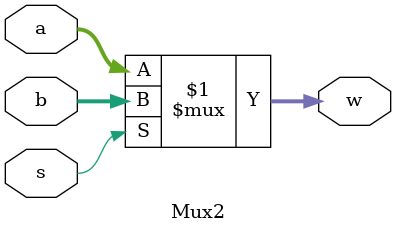
<source format=v>
module Mux2(input[7:0] a,b,input s,output [7:0]w);
  assign w=s?b:a;
endmodule
</source>
